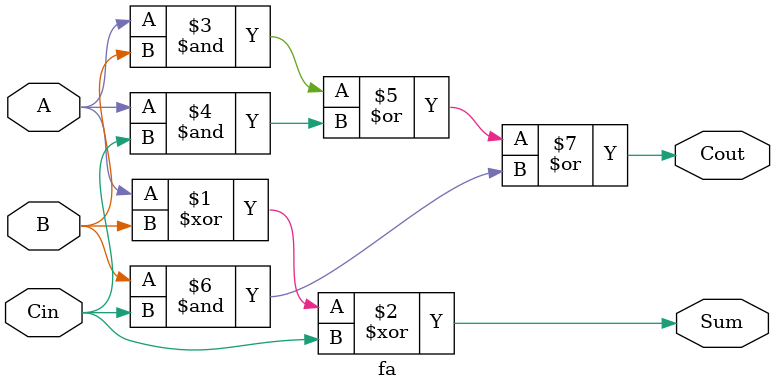
<source format=v>
`timescale 1ns / 1ps

`timescale 1ns / 1ps    // time-unit = 1 ns, precision = 1 ps (for simulation)

// Define the module
module fa(
    A, 
    B, 
    Cin, 
    Sum, 
    Cout
);

// Define the input and output signals
input A;
input B;
input Cin;
output Sum;
output Cout;

// Define the full adder modules behavior
assign Sum = A ^ B ^ Cin;
assign Cout = (A & B) | (A & Cin) | (B & Cin);
   
endmodule // fa

</source>
